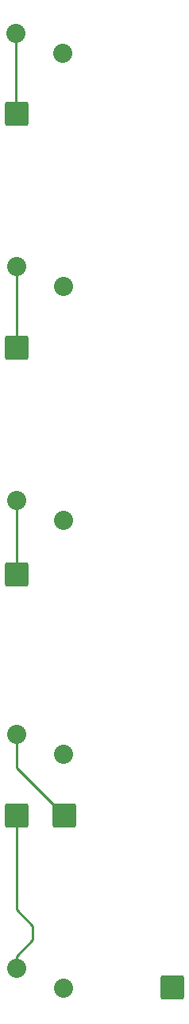
<source format=gtl>
%TF.GenerationSoftware,KiCad,Pcbnew,7.0.5*%
%TF.CreationDate,2023-07-09T21:28:36-04:00*%
%TF.ProjectId,Guitar_Hero_PCB_Switches,47756974-6172-45f4-9865-726f5f504342,v01*%
%TF.SameCoordinates,Original*%
%TF.FileFunction,Copper,L1,Top*%
%TF.FilePolarity,Positive*%
%FSLAX46Y46*%
G04 Gerber Fmt 4.6, Leading zero omitted, Abs format (unit mm)*
G04 Created by KiCad (PCBNEW 7.0.5) date 2023-07-09 21:28:36*
%MOMM*%
%LPD*%
G01*
G04 APERTURE LIST*
G04 Aperture macros list*
%AMRoundRect*
0 Rectangle with rounded corners*
0 $1 Rounding radius*
0 $2 $3 $4 $5 $6 $7 $8 $9 X,Y pos of 4 corners*
0 Add a 4 corners polygon primitive as box body*
4,1,4,$2,$3,$4,$5,$6,$7,$8,$9,$2,$3,0*
0 Add four circle primitives for the rounded corners*
1,1,$1+$1,$2,$3*
1,1,$1+$1,$4,$5*
1,1,$1+$1,$6,$7*
1,1,$1+$1,$8,$9*
0 Add four rect primitives between the rounded corners*
20,1,$1+$1,$2,$3,$4,$5,0*
20,1,$1+$1,$4,$5,$6,$7,0*
20,1,$1+$1,$6,$7,$8,$9,0*
20,1,$1+$1,$8,$9,$2,$3,0*%
G04 Aperture macros list end*
%TA.AperFunction,ComponentPad*%
%ADD10C,2.032000*%
%TD*%
%TA.AperFunction,ComponentPad*%
%ADD11RoundRect,0.249999X-1.025001X-1.025001X1.025001X-1.025001X1.025001X1.025001X-1.025001X1.025001X0*%
%TD*%
%TA.AperFunction,Conductor*%
%ADD12C,0.254000*%
%TD*%
G04 APERTURE END LIST*
D10*
%TO.P,SW1,1,A*%
%TO.N,Net-(J7-Pin_1)*%
X135128000Y-75946000D03*
%TO.P,SW1,2,B*%
%TO.N,Net-(J12-Pin_1)*%
X130128000Y-73846000D03*
%TD*%
%TO.P,SW2,1,A*%
%TO.N,Net-(J7-Pin_1)*%
X135167000Y-100778000D03*
%TO.P,SW2,2,B*%
%TO.N,Net-(J11-Pin_1)*%
X130167000Y-98678000D03*
%TD*%
D11*
%TO.P,J12,1,Pin_1*%
%TO.N,Net-(J12-Pin_1)*%
X130175000Y-82423000D03*
%TD*%
%TO.P,J7,1,Pin_1*%
%TO.N,Net-(J7-Pin_1)*%
X146812000Y-175387000D03*
%TD*%
%TO.P,J9,1,Pin_1*%
%TO.N,Net-(J9-Pin_1)*%
X135255000Y-157099000D03*
%TD*%
%TO.P,J10,1,Pin_1*%
%TO.N,Net-(J10-Pin_1)*%
X130175000Y-131445000D03*
%TD*%
D10*
%TO.P,SW4,1,A*%
%TO.N,Net-(J7-Pin_1)*%
X135167000Y-150553000D03*
%TO.P,SW4,2,B*%
%TO.N,Net-(J9-Pin_1)*%
X130167000Y-148453000D03*
%TD*%
D11*
%TO.P,J11,1,Pin_1*%
%TO.N,Net-(J11-Pin_1)*%
X130175000Y-107315000D03*
%TD*%
D10*
%TO.P,SW3,1,A*%
%TO.N,Net-(J7-Pin_1)*%
X135167000Y-125670000D03*
%TO.P,SW3,2,B*%
%TO.N,Net-(J10-Pin_1)*%
X130167000Y-123570000D03*
%TD*%
%TO.P,SW5,1,A*%
%TO.N,Net-(J7-Pin_1)*%
X135167000Y-175445000D03*
%TO.P,SW5,2,B*%
%TO.N,Net-(J8-Pin_1)*%
X130167000Y-173345000D03*
%TD*%
D11*
%TO.P,J8,1,Pin_1*%
%TO.N,Net-(J8-Pin_1)*%
X130175000Y-157099000D03*
%TD*%
D12*
%TO.N,Net-(J8-Pin_1)*%
X130175000Y-167081200D02*
X131927600Y-168833800D01*
X130175000Y-157099000D02*
X130175000Y-167081200D01*
X130167000Y-172042200D02*
X130167000Y-173345000D01*
X131927600Y-168833800D02*
X131927600Y-170281600D01*
X131927600Y-170281600D02*
X130167000Y-172042200D01*
%TO.N,Net-(J9-Pin_1)*%
X130167000Y-148453000D02*
X130167000Y-152011000D01*
X130167000Y-152011000D02*
X135255000Y-157099000D01*
%TO.N,Net-(J10-Pin_1)*%
X130167000Y-131437000D02*
X130175000Y-131445000D01*
X130167000Y-123570000D02*
X130167000Y-131437000D01*
%TO.N,Net-(J11-Pin_1)*%
X130167000Y-98678000D02*
X130167000Y-107307000D01*
X130167000Y-107307000D02*
X130175000Y-107315000D01*
%TO.N,Net-(J12-Pin_1)*%
X130128000Y-73846000D02*
X130128000Y-82376000D01*
X130128000Y-82376000D02*
X130175000Y-82423000D01*
%TD*%
M02*

</source>
